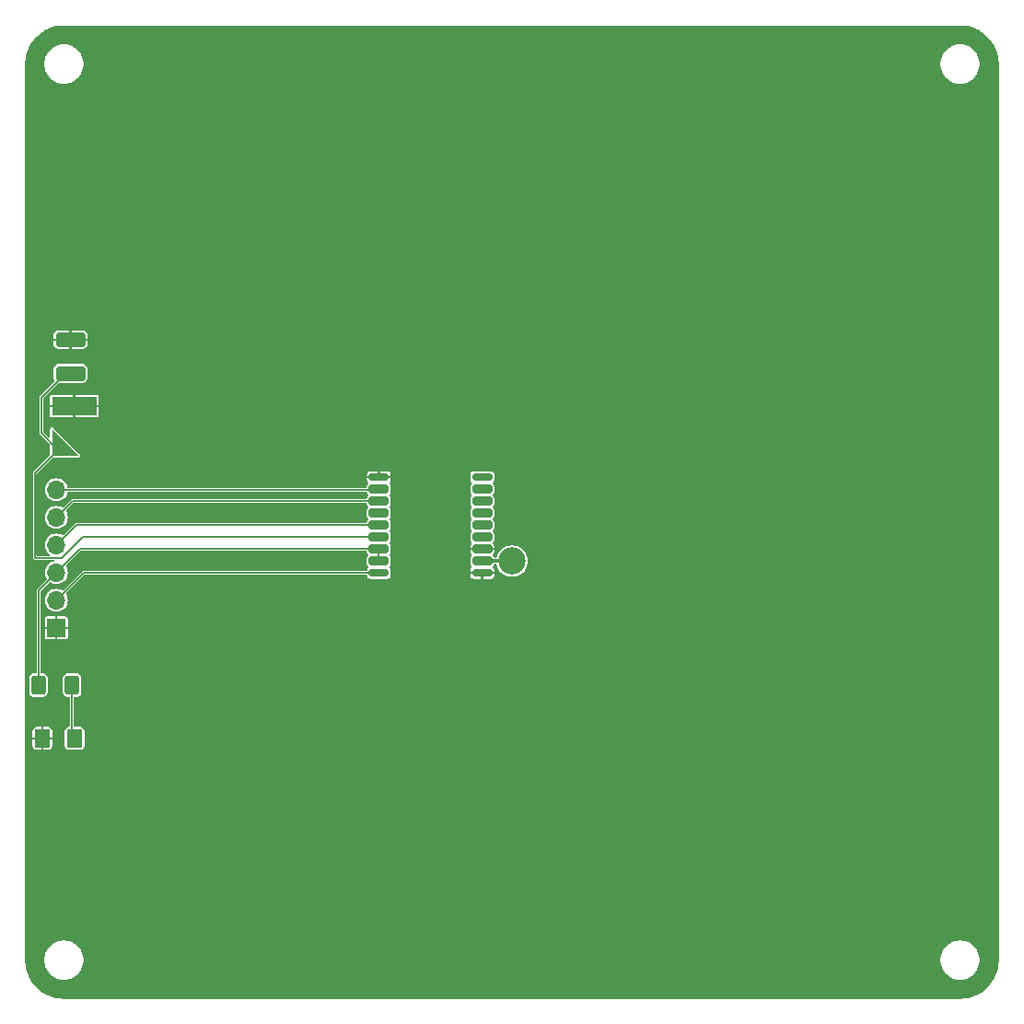
<source format=gbr>
%TF.GenerationSoftware,KiCad,Pcbnew,7.0.6-0*%
%TF.CreationDate,2024-12-08T15:00:41-03:00*%
%TF.ProjectId,CommsBoard,436f6d6d-7342-46f6-9172-642e6b696361,rev?*%
%TF.SameCoordinates,Original*%
%TF.FileFunction,Copper,L1,Top*%
%TF.FilePolarity,Positive*%
%FSLAX46Y46*%
G04 Gerber Fmt 4.6, Leading zero omitted, Abs format (unit mm)*
G04 Created by KiCad (PCBNEW 7.0.6-0) date 2024-12-08 15:00:42*
%MOMM*%
%LPD*%
G01*
G04 APERTURE LIST*
G04 Aperture macros list*
%AMRoundRect*
0 Rectangle with rounded corners*
0 $1 Rounding radius*
0 $2 $3 $4 $5 $6 $7 $8 $9 X,Y pos of 4 corners*
0 Add a 4 corners polygon primitive as box body*
4,1,4,$2,$3,$4,$5,$6,$7,$8,$9,$2,$3,0*
0 Add four circle primitives for the rounded corners*
1,1,$1+$1,$2,$3*
1,1,$1+$1,$4,$5*
1,1,$1+$1,$6,$7*
1,1,$1+$1,$8,$9*
0 Add four rect primitives between the rounded corners*
20,1,$1+$1,$2,$3,$4,$5,0*
20,1,$1+$1,$4,$5,$6,$7,0*
20,1,$1+$1,$6,$7,$8,$9,0*
20,1,$1+$1,$8,$9,$2,$3,0*%
%AMFreePoly0*
4,1,12,0.600035,0.600035,0.600050,0.600000,0.600050,-1.800000,0.600036,-1.800036,0.600000,-1.800050,0.599965,-1.800036,-1.800035,0.599965,-1.800050,0.600000,-1.800035,0.600035,-1.800000,0.600050,0.600000,0.600050,0.600035,0.600035,0.600035,0.600035,$1*%
G04 Aperture macros list end*
%TA.AperFunction,ComponentPad*%
%ADD10R,1.700000X1.700000*%
%TD*%
%TA.AperFunction,ComponentPad*%
%ADD11O,1.700000X1.700000*%
%TD*%
%TA.AperFunction,SMDPad,CuDef*%
%ADD12RoundRect,0.175000X-0.725000X-0.175000X0.725000X-0.175000X0.725000X0.175000X-0.725000X0.175000X0*%
%TD*%
%TA.AperFunction,SMDPad,CuDef*%
%ADD13RoundRect,0.200000X-0.700000X-0.200000X0.700000X-0.200000X0.700000X0.200000X-0.700000X0.200000X0*%
%TD*%
%TA.AperFunction,SMDPad,CuDef*%
%ADD14RoundRect,0.250000X0.400000X0.625000X-0.400000X0.625000X-0.400000X-0.625000X0.400000X-0.625000X0*%
%TD*%
%TA.AperFunction,SMDPad,CuDef*%
%ADD15RoundRect,0.250000X1.100000X-0.412500X1.100000X0.412500X-1.100000X0.412500X-1.100000X-0.412500X0*%
%TD*%
%TA.AperFunction,SMDPad,CuDef*%
%ADD16RoundRect,0.250001X-0.462499X-0.624999X0.462499X-0.624999X0.462499X0.624999X-0.462499X0.624999X0*%
%TD*%
%TA.AperFunction,SMDPad,CuDef*%
%ADD17FreePoly0,180.000000*%
%TD*%
%TA.AperFunction,SMDPad,CuDef*%
%ADD18R,4.100000X1.700000*%
%TD*%
%TA.AperFunction,SMDPad,CuDef*%
%ADD19C,2.500000*%
%TD*%
%TA.AperFunction,ViaPad*%
%ADD20C,0.609600*%
%TD*%
%TA.AperFunction,Conductor*%
%ADD21C,0.319000*%
%TD*%
%TA.AperFunction,Conductor*%
%ADD22C,0.150000*%
%TD*%
%TA.AperFunction,Conductor*%
%ADD23C,0.152400*%
%TD*%
G04 APERTURE END LIST*
D10*
%TO.P,J1,1,Pin_1*%
%TO.N,GND*%
X73610400Y-97550000D03*
D11*
%TO.P,J1,2,Pin_2*%
%TO.N,Net-(J1-Pin_2)*%
X73610400Y-95010000D03*
%TO.P,J1,3,Pin_3*%
%TO.N,Net-(J1-Pin_3)*%
X73610400Y-92470000D03*
%TO.P,J1,4,Pin_4*%
%TO.N,Net-(J1-Pin_4)*%
X73610400Y-89930000D03*
%TO.P,J1,5,Pin_5*%
%TO.N,Net-(J1-Pin_5)*%
X73610400Y-87390000D03*
%TO.P,J1,6,Pin_6*%
%TO.N,Net-(J1-Pin_6)*%
X73610400Y-84850000D03*
%TD*%
D12*
%TO.P,U1,1,GND*%
%TO.N,GND*%
X103270400Y-83690000D03*
D13*
%TO.P,U1,2,TXD*%
%TO.N,Net-(J1-Pin_6)*%
X103270400Y-84790000D03*
%TO.P,U1,3,RXD*%
%TO.N,Net-(J1-Pin_5)*%
X103270400Y-85890000D03*
%TO.P,U1,4,TIMEPULSE*%
%TO.N,unconnected-(U1-TIMEPULSE-Pad4)*%
X103270400Y-86990000D03*
%TO.P,U1,5,EXTINT*%
%TO.N,Net-(J1-Pin_4)*%
X103270400Y-88090000D03*
%TO.P,U1,6,V_BCKP*%
%TO.N,Net-(U1-V_BCKP)*%
X103270400Y-89190000D03*
%TO.P,U1,7,VCC_IO*%
%TO.N,Net-(J1-Pin_3)*%
X103270400Y-90290000D03*
%TO.P,U1,8,VCC*%
X103270400Y-91390000D03*
D12*
%TO.P,U1,9,~{RESET}*%
%TO.N,Net-(J1-Pin_2)*%
X103270400Y-92490000D03*
%TO.P,U1,10,GND*%
%TO.N,GND*%
X112770400Y-92490000D03*
D13*
%TO.P,U1,11,RF_IN*%
%TO.N,/RF_net*%
X112770400Y-91390000D03*
%TO.P,U1,12,GND*%
%TO.N,GND*%
X112770400Y-90290000D03*
%TO.P,U1,13,LNA_EN*%
%TO.N,unconnected-(U1-LNA_EN-Pad13)*%
X112770400Y-89190000D03*
%TO.P,U1,14,VCC_RF*%
%TO.N,unconnected-(U1-VCC_RF-Pad14)*%
X112770400Y-88090000D03*
%TO.P,U1,15,VIO_SEL*%
%TO.N,unconnected-(U1-VIO_SEL-Pad15)*%
X112770400Y-86990000D03*
%TO.P,U1,16,SDA*%
%TO.N,unconnected-(U1-SDA-Pad16)*%
X112770400Y-85890000D03*
%TO.P,U1,17,SCL*%
%TO.N,unconnected-(U1-SCL-Pad17)*%
X112770400Y-84790000D03*
D12*
%TO.P,U1,18,~{SAFEBOOT}*%
%TO.N,unconnected-(U1-~{SAFEBOOT}-Pad18)*%
X112770400Y-83690000D03*
%TD*%
D14*
%TO.P,R1,1*%
%TO.N,Net-(D1-A)*%
X75060400Y-102800000D03*
%TO.P,R1,2*%
%TO.N,Net-(J1-Pin_3)*%
X71960400Y-102800000D03*
%TD*%
D15*
%TO.P,C2,1*%
%TO.N,Net-(U1-V_BCKP)*%
X74910400Y-74162500D03*
%TO.P,C2,2*%
%TO.N,GND*%
X74910400Y-71037500D03*
%TD*%
D16*
%TO.P,D1,1,K*%
%TO.N,GND*%
X72322900Y-107700000D03*
%TO.P,D1,2,A*%
%TO.N,Net-(D1-A)*%
X75297900Y-107700000D03*
%TD*%
D17*
%TO.P,BT1,1*%
%TO.N,Net-(U1-V_BCKP)*%
X73810400Y-81110000D03*
D18*
%TO.P,BT1,2*%
%TO.N,GND*%
X75260400Y-77160000D03*
%TD*%
D19*
%TO.P,,1,RF@2*%
%TO.N,/RF_net*%
X115510400Y-91400000D03*
%TD*%
D20*
%TO.N,GND*%
X135720400Y-63270000D03*
X115910400Y-93210000D03*
X129610400Y-88100000D03*
X117510400Y-91410000D03*
X134310400Y-83500000D03*
X94090400Y-117540000D03*
X116810400Y-84900000D03*
X116710400Y-90010000D03*
X132910400Y-98100000D03*
X145510400Y-81600000D03*
X129810400Y-117000000D03*
X120310400Y-86500000D03*
X94630400Y-76080000D03*
X101210400Y-106500000D03*
X134210400Y-73920000D03*
X110790400Y-91700000D03*
X108710400Y-112800000D03*
X140910400Y-101600000D03*
X113270400Y-93930000D03*
X115110400Y-93210000D03*
X111480400Y-93860000D03*
X117310400Y-92210000D03*
X123010400Y-93800000D03*
X110820400Y-90790000D03*
X97310400Y-99400000D03*
X117310400Y-90610000D03*
X105010400Y-92100000D03*
X114310400Y-90010000D03*
X105010400Y-91000000D03*
X140340400Y-114870000D03*
X111010400Y-89810000D03*
X131630400Y-107400000D03*
X122010400Y-109300000D03*
X115110400Y-89610000D03*
X101210400Y-65760000D03*
X104940400Y-55270000D03*
X115910400Y-89610000D03*
X113010400Y-124000000D03*
X114310400Y-92810000D03*
X124410400Y-83700000D03*
X103280400Y-98940000D03*
X103160400Y-120560000D03*
X116710400Y-92810000D03*
X90180400Y-67550000D03*
X146110400Y-96800000D03*
X114370400Y-76260000D03*
X117210400Y-100800000D03*
X139630400Y-70040000D03*
X126470400Y-56700000D03*
X120960400Y-65590000D03*
X122610400Y-74330000D03*
X111010400Y-92690000D03*
X106740400Y-75440000D03*
X111170400Y-65590000D03*
X105210400Y-89500000D03*
X90000400Y-109000000D03*
X110300400Y-98740000D03*
%TD*%
D21*
%TO.N,/RF_net*%
X112780400Y-91400000D02*
X112770400Y-91390000D01*
X115510400Y-91400000D02*
X112780400Y-91400000D01*
D22*
%TO.N,Net-(U1-V_BCKP)*%
X71610400Y-91100000D02*
X71610400Y-83310000D01*
X76020400Y-89190000D02*
X74110400Y-91100000D01*
X72210400Y-79600000D02*
X72210400Y-76390000D01*
X74437900Y-74162500D02*
X74910400Y-74162500D01*
X72210400Y-76390000D02*
X74437900Y-74162500D01*
X74110400Y-91100000D02*
X71610400Y-91100000D01*
X73720400Y-81110000D02*
X72210400Y-79600000D01*
X103270400Y-89190000D02*
X76020400Y-89190000D01*
X71610400Y-83310000D02*
X73810400Y-81110000D01*
X73810400Y-81110000D02*
X73720400Y-81110000D01*
%TO.N,Net-(J1-Pin_4)*%
X103270400Y-88090000D02*
X75450400Y-88090000D01*
X75450400Y-88090000D02*
X73610400Y-89930000D01*
%TO.N,Net-(J1-Pin_5)*%
X75110400Y-85890000D02*
X103270400Y-85890000D01*
X73610400Y-87390000D02*
X75110400Y-85890000D01*
%TO.N,Net-(J1-Pin_3)*%
X103270400Y-91390000D02*
X103270400Y-90290000D01*
D23*
X71960400Y-94120000D02*
X71960400Y-102800000D01*
X73610400Y-92470000D02*
X71960400Y-94120000D01*
D22*
X75790400Y-90290000D02*
X75645400Y-90435000D01*
D23*
X75645400Y-90435000D02*
X73610400Y-92470000D01*
D22*
X103270400Y-90290000D02*
X75790400Y-90290000D01*
%TO.N,Net-(J1-Pin_6)*%
X73610400Y-84850000D02*
X103210400Y-84850000D01*
X103210400Y-84850000D02*
X103270400Y-84790000D01*
%TO.N,Net-(J1-Pin_2)*%
X76130400Y-92490000D02*
X73610400Y-95010000D01*
X103270400Y-92490000D02*
X76130400Y-92490000D01*
%TO.N,Net-(D1-A)*%
X75060400Y-102800000D02*
X75060400Y-107462500D01*
X75060400Y-107462500D02*
X75297900Y-107700000D01*
%TD*%
%TA.AperFunction,Conductor*%
%TO.N,GND*%
G36*
X156649331Y-42150632D02*
G01*
X156656825Y-42150602D01*
X156656827Y-42150603D01*
X156682636Y-42150500D01*
X156682825Y-42150500D01*
X156701462Y-42150500D01*
X156703700Y-42150551D01*
X156852413Y-42157281D01*
X157046975Y-42166088D01*
X157051791Y-42166545D01*
X157392138Y-42215777D01*
X157396915Y-42216710D01*
X157730769Y-42299146D01*
X157735411Y-42300537D01*
X158059558Y-42415384D01*
X158064060Y-42417233D01*
X158375344Y-42563371D01*
X158379647Y-42565655D01*
X158675060Y-42741673D01*
X158679112Y-42744366D01*
X158955802Y-42948562D01*
X158959568Y-42951640D01*
X159214852Y-43182035D01*
X159218304Y-43185474D01*
X159449706Y-43439830D01*
X159452803Y-43443592D01*
X159604854Y-43647917D01*
X159658098Y-43719466D01*
X159660807Y-43723507D01*
X159837996Y-44018216D01*
X159840298Y-44022511D01*
X159987672Y-44333205D01*
X159989541Y-44337705D01*
X160105671Y-44661374D01*
X160107085Y-44666025D01*
X160140038Y-44797232D01*
X160190849Y-44999549D01*
X160191800Y-45004321D01*
X160192278Y-45007527D01*
X160242384Y-45344460D01*
X160242863Y-45349309D01*
X160259840Y-45693978D01*
X160259900Y-45696414D01*
X160259900Y-128093979D01*
X160259840Y-128096408D01*
X160242876Y-128441708D01*
X160242400Y-128446545D01*
X160191856Y-128787290D01*
X160190908Y-128792058D01*
X160107204Y-129126222D01*
X160105793Y-129130873D01*
X159989738Y-129455223D01*
X159987878Y-129459714D01*
X159840591Y-129771127D01*
X159838300Y-129775414D01*
X159661202Y-130070883D01*
X159658501Y-130074924D01*
X159453290Y-130351621D01*
X159450206Y-130355379D01*
X159218862Y-130610625D01*
X159215425Y-130614062D01*
X158960179Y-130845406D01*
X158956421Y-130848490D01*
X158679724Y-131053701D01*
X158675683Y-131056402D01*
X158380214Y-131233500D01*
X158375927Y-131235791D01*
X158064514Y-131383078D01*
X158060023Y-131384938D01*
X157735673Y-131500993D01*
X157731028Y-131502402D01*
X157396855Y-131586108D01*
X157392094Y-131587055D01*
X157051343Y-131637600D01*
X157046508Y-131638077D01*
X156754556Y-131652419D01*
X156730387Y-131650636D01*
X156726598Y-131649882D01*
X156724675Y-131649500D01*
X156724674Y-131649500D01*
X74301221Y-131649500D01*
X74298792Y-131649440D01*
X73954510Y-131632526D01*
X73949677Y-131632050D01*
X73609930Y-131581653D01*
X73605173Y-131580707D01*
X73271990Y-131497249D01*
X73267351Y-131495843D01*
X73157566Y-131456561D01*
X72943956Y-131380129D01*
X72939465Y-131378269D01*
X72628974Y-131231419D01*
X72624697Y-131229133D01*
X72330088Y-131052551D01*
X72326052Y-131049853D01*
X72050171Y-130845246D01*
X72046414Y-130842162D01*
X71878983Y-130690413D01*
X71791917Y-130611501D01*
X71788498Y-130608082D01*
X71593210Y-130392614D01*
X71557837Y-130353585D01*
X71554753Y-130349828D01*
X71350146Y-130073947D01*
X71347451Y-130069916D01*
X71170861Y-129775295D01*
X71168580Y-129771025D01*
X71147637Y-129726745D01*
X71021729Y-129460533D01*
X71019870Y-129456043D01*
X70937466Y-129225741D01*
X70904152Y-129132635D01*
X70902753Y-129128022D01*
X70819288Y-128794810D01*
X70818348Y-128790084D01*
X70767946Y-128450304D01*
X70767473Y-128445508D01*
X70757128Y-128234932D01*
X72499500Y-128234932D01*
X72539719Y-128501766D01*
X72539721Y-128501776D01*
X72619262Y-128759640D01*
X72619262Y-128759641D01*
X72736349Y-129002774D01*
X72888365Y-129225741D01*
X72888368Y-129225744D01*
X72888370Y-129225747D01*
X73071912Y-129423559D01*
X73071918Y-129423565D01*
X73282889Y-129591808D01*
X73282898Y-129591815D01*
X73516602Y-129726743D01*
X73767805Y-129825334D01*
X74030897Y-129885383D01*
X74111587Y-129891429D01*
X74232618Y-129900500D01*
X74232624Y-129900500D01*
X74367382Y-129900500D01*
X74477408Y-129892254D01*
X74569103Y-129885383D01*
X74832195Y-129825334D01*
X75083398Y-129726743D01*
X75317102Y-129591815D01*
X75482751Y-129459714D01*
X75528081Y-129423565D01*
X75528087Y-129423559D01*
X75711629Y-129225747D01*
X75711635Y-129225741D01*
X75863651Y-129002775D01*
X75980738Y-128759641D01*
X76060280Y-128501772D01*
X76100500Y-128234932D01*
X154899500Y-128234932D01*
X154939719Y-128501766D01*
X154939721Y-128501776D01*
X155019261Y-128759640D01*
X155019262Y-128759641D01*
X155136349Y-129002774D01*
X155288365Y-129225741D01*
X155288368Y-129225744D01*
X155288370Y-129225747D01*
X155471912Y-129423559D01*
X155471918Y-129423565D01*
X155682889Y-129591808D01*
X155682898Y-129591815D01*
X155916602Y-129726743D01*
X156167805Y-129825334D01*
X156430897Y-129885383D01*
X156511587Y-129891429D01*
X156632618Y-129900500D01*
X156632624Y-129900500D01*
X156767382Y-129900500D01*
X156877408Y-129892254D01*
X156969103Y-129885383D01*
X157232195Y-129825334D01*
X157483398Y-129726743D01*
X157717102Y-129591815D01*
X157882751Y-129459714D01*
X157928081Y-129423565D01*
X157928087Y-129423559D01*
X158111629Y-129225747D01*
X158111635Y-129225741D01*
X158263651Y-129002775D01*
X158380738Y-128759641D01*
X158460280Y-128501772D01*
X158500500Y-128234929D01*
X158500500Y-127965071D01*
X158460280Y-127698228D01*
X158380738Y-127440359D01*
X158263651Y-127197226D01*
X158111635Y-126974259D01*
X158111629Y-126974252D01*
X157928087Y-126776440D01*
X157928081Y-126776434D01*
X157717110Y-126608191D01*
X157717108Y-126608189D01*
X157717102Y-126608185D01*
X157483398Y-126473257D01*
X157483395Y-126473256D01*
X157483391Y-126473254D01*
X157232197Y-126374666D01*
X156969107Y-126314618D01*
X156969098Y-126314616D01*
X156767382Y-126299500D01*
X156767376Y-126299500D01*
X156632624Y-126299500D01*
X156632618Y-126299500D01*
X156430901Y-126314616D01*
X156430892Y-126314618D01*
X156167802Y-126374666D01*
X155916608Y-126473254D01*
X155916599Y-126473258D01*
X155796344Y-126542687D01*
X155682898Y-126608185D01*
X155682894Y-126608187D01*
X155682894Y-126608188D01*
X155682889Y-126608191D01*
X155471918Y-126776434D01*
X155471912Y-126776440D01*
X155288370Y-126974252D01*
X155288365Y-126974258D01*
X155288365Y-126974259D01*
X155136349Y-127197225D01*
X155136349Y-127197226D01*
X155136345Y-127197232D01*
X155019262Y-127440356D01*
X154939721Y-127698223D01*
X154939719Y-127698233D01*
X154899500Y-127965067D01*
X154899500Y-128234932D01*
X76100500Y-128234932D01*
X76100500Y-128234929D01*
X76100500Y-127965071D01*
X76060280Y-127698228D01*
X75980738Y-127440359D01*
X75863651Y-127197226D01*
X75711635Y-126974259D01*
X75711629Y-126974252D01*
X75528087Y-126776440D01*
X75528081Y-126776434D01*
X75317110Y-126608191D01*
X75317108Y-126608189D01*
X75317102Y-126608185D01*
X75083398Y-126473257D01*
X75083395Y-126473256D01*
X75083391Y-126473254D01*
X74832197Y-126374666D01*
X74569107Y-126314618D01*
X74569098Y-126314616D01*
X74367382Y-126299500D01*
X74367376Y-126299500D01*
X74232624Y-126299500D01*
X74232618Y-126299500D01*
X74030901Y-126314616D01*
X74030892Y-126314618D01*
X73767802Y-126374666D01*
X73516608Y-126473254D01*
X73516599Y-126473258D01*
X73396344Y-126542687D01*
X73282898Y-126608185D01*
X73282894Y-126608187D01*
X73282894Y-126608188D01*
X73282889Y-126608191D01*
X73071918Y-126776434D01*
X73071912Y-126776440D01*
X72888370Y-126974252D01*
X72888365Y-126974258D01*
X72888365Y-126974259D01*
X72736349Y-127197225D01*
X72736349Y-127197226D01*
X72736345Y-127197232D01*
X72619262Y-127440356D01*
X72539721Y-127698223D01*
X72539719Y-127698233D01*
X72499500Y-127965067D01*
X72499500Y-128234932D01*
X70757128Y-128234932D01*
X70757128Y-128234923D01*
X70750560Y-128101208D01*
X70750500Y-128098779D01*
X70750500Y-108379210D01*
X71410400Y-108379210D01*
X71413250Y-108409600D01*
X71458055Y-108537648D01*
X71538603Y-108646786D01*
X71538613Y-108646796D01*
X71647751Y-108727344D01*
X71775799Y-108772149D01*
X71806189Y-108774999D01*
X71806191Y-108775000D01*
X72222899Y-108775000D01*
X72222900Y-108774999D01*
X72222900Y-107800000D01*
X72422900Y-107800000D01*
X72422900Y-108774999D01*
X72422901Y-108775000D01*
X72839609Y-108775000D01*
X72839610Y-108774999D01*
X72870000Y-108772149D01*
X72998048Y-108727344D01*
X73107186Y-108646796D01*
X73107196Y-108646786D01*
X73187744Y-108537648D01*
X73232549Y-108409600D01*
X73235399Y-108379210D01*
X73235400Y-108379209D01*
X73235400Y-107800001D01*
X73235399Y-107800000D01*
X72422900Y-107800000D01*
X72222900Y-107800000D01*
X71410401Y-107800000D01*
X71410400Y-107800001D01*
X71410400Y-108379210D01*
X70750500Y-108379210D01*
X70750500Y-107599999D01*
X71410400Y-107599999D01*
X71410401Y-107600000D01*
X72222899Y-107600000D01*
X72222900Y-107599999D01*
X72422900Y-107599999D01*
X72422901Y-107600000D01*
X73235399Y-107600000D01*
X73235400Y-107599999D01*
X73235400Y-107020791D01*
X73235399Y-107020789D01*
X73232549Y-106990399D01*
X73187744Y-106862351D01*
X73107196Y-106753213D01*
X73107186Y-106753203D01*
X72998048Y-106672655D01*
X72870000Y-106627850D01*
X72839610Y-106625000D01*
X72422901Y-106625000D01*
X72422900Y-106625001D01*
X72422900Y-107599999D01*
X72222900Y-107599999D01*
X72222900Y-106625001D01*
X72222899Y-106625000D01*
X71806189Y-106625000D01*
X71775799Y-106627850D01*
X71647751Y-106672655D01*
X71538613Y-106753203D01*
X71538603Y-106753213D01*
X71458055Y-106862351D01*
X71413250Y-106990399D01*
X71410400Y-107020789D01*
X71410400Y-107599999D01*
X70750500Y-107599999D01*
X70750500Y-103479274D01*
X71109900Y-103479274D01*
X71112753Y-103509694D01*
X71112755Y-103509703D01*
X71157607Y-103637883D01*
X71238245Y-103747144D01*
X71238247Y-103747146D01*
X71238250Y-103747150D01*
X71238253Y-103747152D01*
X71238255Y-103747154D01*
X71347516Y-103827792D01*
X71347517Y-103827792D01*
X71347518Y-103827793D01*
X71475701Y-103872646D01*
X71506125Y-103875499D01*
X71506127Y-103875500D01*
X71506134Y-103875500D01*
X72414673Y-103875500D01*
X72414673Y-103875499D01*
X72445099Y-103872646D01*
X72573282Y-103827793D01*
X72682550Y-103747150D01*
X72763193Y-103637882D01*
X72808046Y-103509699D01*
X72810899Y-103479274D01*
X74209900Y-103479274D01*
X74212753Y-103509694D01*
X74212755Y-103509703D01*
X74257607Y-103637883D01*
X74338245Y-103747144D01*
X74338247Y-103747146D01*
X74338250Y-103747150D01*
X74338253Y-103747152D01*
X74338255Y-103747154D01*
X74447516Y-103827792D01*
X74447517Y-103827792D01*
X74447518Y-103827793D01*
X74575701Y-103872646D01*
X74606125Y-103875499D01*
X74606127Y-103875500D01*
X74606134Y-103875500D01*
X74795900Y-103875500D01*
X74854091Y-103894407D01*
X74890055Y-103943907D01*
X74894900Y-103974500D01*
X74894900Y-106525500D01*
X74875993Y-106583691D01*
X74826493Y-106619655D01*
X74795906Y-106624500D01*
X74781135Y-106624500D01*
X74750705Y-106627353D01*
X74750702Y-106627353D01*
X74750702Y-106627354D01*
X74736517Y-106632317D01*
X74622514Y-106672208D01*
X74513255Y-106752845D01*
X74513245Y-106752855D01*
X74432608Y-106862114D01*
X74387753Y-106990305D01*
X74384900Y-107020726D01*
X74384900Y-108379265D01*
X74387753Y-108409694D01*
X74432608Y-108537885D01*
X74513245Y-108647144D01*
X74513247Y-108647146D01*
X74513250Y-108647150D01*
X74513253Y-108647152D01*
X74513255Y-108647154D01*
X74622514Y-108727791D01*
X74622516Y-108727791D01*
X74622518Y-108727793D01*
X74750702Y-108772646D01*
X74781135Y-108775500D01*
X75814664Y-108775499D01*
X75814665Y-108775499D01*
X75820750Y-108774928D01*
X75845098Y-108772646D01*
X75973282Y-108727793D01*
X75973891Y-108727344D01*
X76009704Y-108700912D01*
X76082550Y-108647150D01*
X76163193Y-108537882D01*
X76208046Y-108409698D01*
X76210900Y-108379265D01*
X76210899Y-107020736D01*
X76208046Y-106990302D01*
X76163193Y-106862118D01*
X76163191Y-106862116D01*
X76163191Y-106862114D01*
X76082554Y-106752855D01*
X76082552Y-106752853D01*
X76082550Y-106752850D01*
X76082546Y-106752847D01*
X76082544Y-106752845D01*
X75973285Y-106672208D01*
X75959097Y-106667243D01*
X75845098Y-106627354D01*
X75845096Y-106627353D01*
X75845094Y-106627353D01*
X75814673Y-106624500D01*
X75814665Y-106624500D01*
X75324900Y-106624500D01*
X75266709Y-106605593D01*
X75230745Y-106556093D01*
X75225900Y-106525500D01*
X75225900Y-103974500D01*
X75244807Y-103916309D01*
X75294307Y-103880345D01*
X75324900Y-103875500D01*
X75514673Y-103875500D01*
X75514673Y-103875499D01*
X75545099Y-103872646D01*
X75673282Y-103827793D01*
X75782550Y-103747150D01*
X75863193Y-103637882D01*
X75908046Y-103509699D01*
X75910899Y-103479273D01*
X75910900Y-103479273D01*
X75910900Y-102120726D01*
X75910899Y-102120725D01*
X75908046Y-102090305D01*
X75908046Y-102090301D01*
X75863193Y-101962118D01*
X75782550Y-101852850D01*
X75782546Y-101852847D01*
X75782544Y-101852845D01*
X75673283Y-101772207D01*
X75545103Y-101727355D01*
X75545094Y-101727353D01*
X75514674Y-101724500D01*
X75514666Y-101724500D01*
X74606134Y-101724500D01*
X74606125Y-101724500D01*
X74575705Y-101727353D01*
X74575696Y-101727355D01*
X74447516Y-101772207D01*
X74338255Y-101852845D01*
X74338245Y-101852855D01*
X74257607Y-101962116D01*
X74212755Y-102090296D01*
X74212753Y-102090305D01*
X74209900Y-102120725D01*
X74209900Y-103479274D01*
X72810899Y-103479274D01*
X72810899Y-103479273D01*
X72810900Y-103479273D01*
X72810900Y-102120726D01*
X72810899Y-102120725D01*
X72808046Y-102090305D01*
X72808046Y-102090301D01*
X72763193Y-101962118D01*
X72682550Y-101852850D01*
X72682546Y-101852847D01*
X72682544Y-101852845D01*
X72573283Y-101772207D01*
X72445103Y-101727355D01*
X72445094Y-101727353D01*
X72414674Y-101724500D01*
X72414666Y-101724500D01*
X72226100Y-101724500D01*
X72167909Y-101705593D01*
X72131945Y-101656093D01*
X72127100Y-101625500D01*
X72127100Y-98419700D01*
X72560400Y-98419700D01*
X72572003Y-98478036D01*
X72616206Y-98544189D01*
X72616210Y-98544193D01*
X72682363Y-98588396D01*
X72740699Y-98599999D01*
X72740703Y-98600000D01*
X73510399Y-98600000D01*
X73510400Y-98599999D01*
X73510400Y-98040764D01*
X73574637Y-98050000D01*
X73646163Y-98050000D01*
X73710400Y-98040764D01*
X73710400Y-98599999D01*
X73710401Y-98600000D01*
X74480097Y-98600000D01*
X74480100Y-98599999D01*
X74538436Y-98588396D01*
X74604589Y-98544193D01*
X74604593Y-98544189D01*
X74648796Y-98478036D01*
X74660399Y-98419700D01*
X74660400Y-98419697D01*
X74660400Y-97650001D01*
X74660399Y-97650000D01*
X74102146Y-97650000D01*
X74110400Y-97621889D01*
X74110400Y-97478111D01*
X74102146Y-97450000D01*
X74660399Y-97450000D01*
X74660400Y-97449999D01*
X74660400Y-96680302D01*
X74660399Y-96680299D01*
X74648796Y-96621963D01*
X74604593Y-96555810D01*
X74604589Y-96555806D01*
X74538436Y-96511603D01*
X74480100Y-96500000D01*
X73710400Y-96500000D01*
X73710400Y-97059235D01*
X73646163Y-97050000D01*
X73574637Y-97050000D01*
X73510400Y-97059235D01*
X73510400Y-96500000D01*
X72740699Y-96500000D01*
X72682363Y-96511603D01*
X72616210Y-96555806D01*
X72616206Y-96555810D01*
X72572003Y-96621963D01*
X72560400Y-96680299D01*
X72560400Y-97449999D01*
X72560401Y-97450000D01*
X73118654Y-97450000D01*
X73110400Y-97478111D01*
X73110400Y-97621889D01*
X73118654Y-97650000D01*
X72560401Y-97650000D01*
X72560400Y-97650001D01*
X72560400Y-98419700D01*
X72127100Y-98419700D01*
X72127100Y-94230056D01*
X72146007Y-94171865D01*
X72156090Y-94160058D01*
X72935874Y-93380273D01*
X72990389Y-93352498D01*
X73050821Y-93362069D01*
X73052506Y-93362948D01*
X73206446Y-93445232D01*
X73344397Y-93487078D01*
X73404465Y-93505300D01*
X73404470Y-93505301D01*
X73610397Y-93525583D01*
X73610400Y-93525583D01*
X73610403Y-93525583D01*
X73816329Y-93505301D01*
X73816334Y-93505300D01*
X73816333Y-93505299D01*
X74014354Y-93445232D01*
X74196850Y-93347685D01*
X74356810Y-93216410D01*
X74488085Y-93056450D01*
X74585632Y-92873954D01*
X74645700Y-92675934D01*
X74645701Y-92675929D01*
X74665983Y-92470003D01*
X74665983Y-92469996D01*
X74645701Y-92264070D01*
X74645700Y-92264065D01*
X74594137Y-92094084D01*
X74585632Y-92066046D01*
X74503368Y-91912143D01*
X74492613Y-91851912D01*
X74519314Y-91796861D01*
X74520676Y-91795472D01*
X74821379Y-91494770D01*
X75777588Y-90538562D01*
X75777591Y-90538555D01*
X75781876Y-90533087D01*
X75785840Y-90528611D01*
X75829957Y-90484495D01*
X75884475Y-90456718D01*
X75899960Y-90455500D01*
X102074890Y-90455500D01*
X102133081Y-90474407D01*
X102169045Y-90523907D01*
X102172671Y-90539014D01*
X102184752Y-90615300D01*
X102184754Y-90615304D01*
X102242350Y-90728342D01*
X102284006Y-90769998D01*
X102311782Y-90824513D01*
X102302211Y-90884945D01*
X102284007Y-90910000D01*
X102259508Y-90934500D01*
X102242349Y-90951659D01*
X102184754Y-91064695D01*
X102169900Y-91158477D01*
X102169900Y-91621520D01*
X102169901Y-91621523D01*
X102184752Y-91715299D01*
X102184754Y-91715304D01*
X102242350Y-91828342D01*
X102301683Y-91887675D01*
X102329459Y-91942190D01*
X102319888Y-92002622D01*
X102301682Y-92027680D01*
X102235574Y-92093788D01*
X102180535Y-92206373D01*
X102180534Y-92206375D01*
X102175667Y-92239774D01*
X102148570Y-92294629D01*
X102094402Y-92323081D01*
X102077703Y-92324500D01*
X76154433Y-92324500D01*
X76136587Y-92322878D01*
X76120109Y-92319858D01*
X76120105Y-92319858D01*
X76087369Y-92330059D01*
X76084488Y-92330862D01*
X76051187Y-92339070D01*
X76048508Y-92340476D01*
X76047665Y-92340825D01*
X76045538Y-92342024D01*
X76044794Y-92342572D01*
X76042217Y-92344129D01*
X76017968Y-92368378D01*
X76015793Y-92370426D01*
X75990117Y-92393173D01*
X75988416Y-92395638D01*
X75976951Y-92409395D01*
X74286031Y-94100315D01*
X74231514Y-94128092D01*
X74171082Y-94118521D01*
X74169430Y-94117659D01*
X74014354Y-94034768D01*
X74014353Y-94034767D01*
X73816334Y-93974699D01*
X73816329Y-93974698D01*
X73610403Y-93954417D01*
X73610397Y-93954417D01*
X73404470Y-93974698D01*
X73404465Y-93974699D01*
X73206445Y-94034768D01*
X73023947Y-94132316D01*
X72863995Y-94263585D01*
X72863985Y-94263595D01*
X72732716Y-94423547D01*
X72635168Y-94606045D01*
X72575099Y-94804065D01*
X72575098Y-94804070D01*
X72554817Y-95009996D01*
X72554817Y-95010003D01*
X72575098Y-95215929D01*
X72575099Y-95215934D01*
X72635168Y-95413954D01*
X72732716Y-95596452D01*
X72863985Y-95756404D01*
X72863990Y-95756410D01*
X72863995Y-95756414D01*
X73023947Y-95887683D01*
X73023948Y-95887683D01*
X73023950Y-95887685D01*
X73206446Y-95985232D01*
X73344397Y-96027078D01*
X73404465Y-96045300D01*
X73404470Y-96045301D01*
X73610397Y-96065583D01*
X73610400Y-96065583D01*
X73610403Y-96065583D01*
X73816329Y-96045301D01*
X73816334Y-96045300D01*
X73816333Y-96045300D01*
X74014354Y-95985232D01*
X74196850Y-95887685D01*
X74356810Y-95756410D01*
X74488085Y-95596450D01*
X74585632Y-95413954D01*
X74645700Y-95215934D01*
X74645701Y-95215929D01*
X74665983Y-95010003D01*
X74665983Y-95009996D01*
X74645701Y-94804070D01*
X74645700Y-94804065D01*
X74627478Y-94743996D01*
X74585632Y-94606046D01*
X74502777Y-94451038D01*
X74492022Y-94390806D01*
X74518723Y-94335755D01*
X74520033Y-94334417D01*
X76169955Y-92684496D01*
X76224473Y-92656719D01*
X76239960Y-92655500D01*
X102077703Y-92655500D01*
X102135894Y-92674407D01*
X102171858Y-92723907D01*
X102175667Y-92740219D01*
X102180534Y-92773625D01*
X102235574Y-92886211D01*
X102324189Y-92974826D01*
X102436775Y-93029866D01*
X102509764Y-93040500D01*
X102509767Y-93040500D01*
X104031032Y-93040500D01*
X104031036Y-93040500D01*
X104104025Y-93029866D01*
X104216611Y-92974826D01*
X104305226Y-92886211D01*
X104360266Y-92773625D01*
X104370900Y-92700636D01*
X104370900Y-92700584D01*
X111670399Y-92700584D01*
X111681020Y-92773480D01*
X111735986Y-92885915D01*
X111824484Y-92974413D01*
X111936919Y-93029379D01*
X112009815Y-93040000D01*
X112670399Y-93040000D01*
X112670400Y-93039999D01*
X112670400Y-92590000D01*
X112870400Y-92590000D01*
X112870400Y-93039999D01*
X112870401Y-93040000D01*
X113530984Y-93040000D01*
X113603880Y-93029379D01*
X113716315Y-92974413D01*
X113804813Y-92885915D01*
X113859779Y-92773480D01*
X113870400Y-92700584D01*
X113870400Y-92590001D01*
X113870399Y-92590000D01*
X112870400Y-92590000D01*
X112670400Y-92590000D01*
X111670401Y-92590000D01*
X111670400Y-92590001D01*
X111670400Y-92700584D01*
X111670399Y-92700584D01*
X104370900Y-92700584D01*
X104370900Y-92279364D01*
X104360266Y-92206375D01*
X104305226Y-92093789D01*
X104239115Y-92027678D01*
X104211340Y-91973164D01*
X104220911Y-91912732D01*
X104239115Y-91887676D01*
X104298450Y-91828342D01*
X104356046Y-91715304D01*
X104370900Y-91621520D01*
X111669900Y-91621520D01*
X111669901Y-91621523D01*
X111684752Y-91715299D01*
X111684754Y-91715304D01*
X111742350Y-91828342D01*
X111802037Y-91888029D01*
X111829813Y-91942544D01*
X111820242Y-92002976D01*
X111802036Y-92028035D01*
X111735986Y-92094084D01*
X111681020Y-92206519D01*
X111670400Y-92279415D01*
X111670400Y-92389999D01*
X111670401Y-92390000D01*
X113870399Y-92390000D01*
X113870400Y-92389999D01*
X113870400Y-92279415D01*
X113859779Y-92206519D01*
X113804813Y-92094084D01*
X113738764Y-92028035D01*
X113710986Y-91973519D01*
X113720557Y-91913087D01*
X113738761Y-91888030D01*
X113798450Y-91828342D01*
X113856046Y-91715304D01*
X113856045Y-91715304D01*
X113859584Y-91708361D01*
X113861594Y-91709385D01*
X113890994Y-91668913D01*
X113949183Y-91650000D01*
X114000368Y-91650000D01*
X114058559Y-91668907D01*
X114094523Y-91718407D01*
X114096339Y-91724697D01*
X114128847Y-91853074D01*
X114133790Y-91872591D01*
X114177905Y-91973164D01*
X114230350Y-92092727D01*
X114230353Y-92092732D01*
X114361825Y-92293964D01*
X114361827Y-92293966D01*
X114361829Y-92293969D01*
X114524636Y-92470825D01*
X114714333Y-92618472D01*
X114836335Y-92684496D01*
X114909159Y-92723907D01*
X114925744Y-92732882D01*
X115153103Y-92810934D01*
X115390208Y-92850500D01*
X115630592Y-92850500D01*
X115867697Y-92810934D01*
X116095056Y-92732882D01*
X116306467Y-92618472D01*
X116496164Y-92470825D01*
X116658971Y-92293969D01*
X116790449Y-92092728D01*
X116887010Y-91872591D01*
X116946020Y-91639563D01*
X116965871Y-91400000D01*
X116946020Y-91160437D01*
X116887010Y-90927409D01*
X116790449Y-90707272D01*
X116790446Y-90707267D01*
X116658974Y-90506035D01*
X116658972Y-90506033D01*
X116658971Y-90506031D01*
X116496164Y-90329175D01*
X116342271Y-90209395D01*
X116306470Y-90181530D01*
X116306467Y-90181528D01*
X116095059Y-90067119D01*
X116018941Y-90040988D01*
X115867697Y-89989066D01*
X115867694Y-89989065D01*
X115867693Y-89989065D01*
X115630592Y-89949500D01*
X115390208Y-89949500D01*
X115153106Y-89989065D01*
X114925740Y-90067119D01*
X114714332Y-90181528D01*
X114714329Y-90181530D01*
X114524639Y-90329172D01*
X114361825Y-90506035D01*
X114230353Y-90707267D01*
X114230350Y-90707272D01*
X114133788Y-90927414D01*
X114096339Y-91075303D01*
X114063725Y-91127071D01*
X114006912Y-91149784D01*
X114000368Y-91150000D01*
X113954110Y-91150000D01*
X113895919Y-91131093D01*
X113859955Y-91081593D01*
X113856330Y-91066495D01*
X113856046Y-91064696D01*
X113798450Y-90951658D01*
X113756440Y-90909648D01*
X113728665Y-90855134D01*
X113738236Y-90794702D01*
X113756442Y-90769643D01*
X113798041Y-90728043D01*
X113855563Y-90615151D01*
X113855564Y-90615147D01*
X113870400Y-90521484D01*
X113870399Y-90390000D01*
X111670402Y-90390000D01*
X111670401Y-90390001D01*
X111670401Y-90521485D01*
X111685233Y-90615141D01*
X111685236Y-90615151D01*
X111742758Y-90728043D01*
X111784358Y-90769643D01*
X111812135Y-90824160D01*
X111802564Y-90884592D01*
X111784360Y-90909647D01*
X111759508Y-90934500D01*
X111742349Y-90951659D01*
X111684754Y-91064695D01*
X111669900Y-91158477D01*
X111669900Y-91621520D01*
X104370900Y-91621520D01*
X104370900Y-91621519D01*
X104370899Y-91158482D01*
X104365924Y-91127071D01*
X104356047Y-91064700D01*
X104356046Y-91064698D01*
X104356046Y-91064696D01*
X104298450Y-90951658D01*
X104256793Y-90910001D01*
X104229018Y-90855487D01*
X104238589Y-90795055D01*
X104256792Y-90769999D01*
X104298450Y-90728342D01*
X104356046Y-90615304D01*
X104370900Y-90521519D01*
X104370899Y-90058482D01*
X104359906Y-89989066D01*
X104356047Y-89964700D01*
X104356046Y-89964698D01*
X104356046Y-89964696D01*
X104298450Y-89851658D01*
X104256793Y-89810001D01*
X104229018Y-89755487D01*
X104238589Y-89695055D01*
X104256792Y-89669999D01*
X104298450Y-89628342D01*
X104356046Y-89515304D01*
X104370900Y-89421520D01*
X111669900Y-89421520D01*
X111669901Y-89421523D01*
X111684752Y-89515299D01*
X111684754Y-89515304D01*
X111742350Y-89628342D01*
X111784359Y-89670351D01*
X111812135Y-89724866D01*
X111802564Y-89785298D01*
X111784358Y-89810357D01*
X111742758Y-89851956D01*
X111685236Y-89964848D01*
X111685235Y-89964852D01*
X111670400Y-90058515D01*
X111670400Y-90189999D01*
X111670401Y-90190000D01*
X113870398Y-90190000D01*
X113870399Y-90189999D01*
X113870399Y-90058516D01*
X113870398Y-90058514D01*
X113855566Y-89964858D01*
X113855563Y-89964848D01*
X113798041Y-89851956D01*
X113756442Y-89810357D01*
X113728665Y-89755840D01*
X113738236Y-89695408D01*
X113756439Y-89670352D01*
X113798450Y-89628342D01*
X113856046Y-89515304D01*
X113870900Y-89421519D01*
X113870899Y-88958482D01*
X113860798Y-88894699D01*
X113856047Y-88864700D01*
X113856046Y-88864698D01*
X113856046Y-88864696D01*
X113798450Y-88751658D01*
X113756793Y-88710001D01*
X113729018Y-88655487D01*
X113738589Y-88595055D01*
X113756792Y-88569999D01*
X113798450Y-88528342D01*
X113856046Y-88415304D01*
X113870900Y-88321519D01*
X113870899Y-87858482D01*
X113856046Y-87764696D01*
X113798450Y-87651658D01*
X113756793Y-87610001D01*
X113729018Y-87555487D01*
X113738589Y-87495055D01*
X113756792Y-87469999D01*
X113798450Y-87428342D01*
X113856046Y-87315304D01*
X113870900Y-87221519D01*
X113870899Y-86758482D01*
X113856046Y-86664696D01*
X113798450Y-86551658D01*
X113756793Y-86510001D01*
X113729018Y-86455487D01*
X113738589Y-86395055D01*
X113756792Y-86369999D01*
X113798450Y-86328342D01*
X113856046Y-86215304D01*
X113870900Y-86121519D01*
X113870899Y-85658482D01*
X113856046Y-85564696D01*
X113798450Y-85451658D01*
X113756793Y-85410001D01*
X113729018Y-85355487D01*
X113738589Y-85295055D01*
X113756792Y-85269999D01*
X113798450Y-85228342D01*
X113856046Y-85115304D01*
X113870900Y-85021519D01*
X113870899Y-84558482D01*
X113870898Y-84558478D01*
X113870898Y-84558476D01*
X113856047Y-84464700D01*
X113856046Y-84464698D01*
X113856046Y-84464696D01*
X113798450Y-84351658D01*
X113739115Y-84292323D01*
X113711340Y-84237809D01*
X113720911Y-84177377D01*
X113739115Y-84152321D01*
X113805226Y-84086211D01*
X113860266Y-83973625D01*
X113870900Y-83900636D01*
X113870900Y-83479364D01*
X113860266Y-83406375D01*
X113805226Y-83293789D01*
X113716611Y-83205174D01*
X113604025Y-83150134D01*
X113604026Y-83150134D01*
X113585777Y-83147475D01*
X113531036Y-83139500D01*
X112009764Y-83139500D01*
X111965970Y-83145880D01*
X111936773Y-83150134D01*
X111824190Y-83205173D01*
X111735573Y-83293790D01*
X111680534Y-83406373D01*
X111680533Y-83406375D01*
X111680534Y-83406375D01*
X111669900Y-83479364D01*
X111669900Y-83900636D01*
X111680534Y-83973625D01*
X111735574Y-84086211D01*
X111801683Y-84152320D01*
X111829459Y-84206835D01*
X111819888Y-84267267D01*
X111801682Y-84292325D01*
X111742351Y-84351656D01*
X111742350Y-84351658D01*
X111684754Y-84464695D01*
X111669900Y-84558477D01*
X111669900Y-85021520D01*
X111669901Y-85021523D01*
X111684752Y-85115299D01*
X111684754Y-85115304D01*
X111742350Y-85228342D01*
X111784006Y-85269998D01*
X111811782Y-85324513D01*
X111802211Y-85384945D01*
X111784007Y-85410000D01*
X111757558Y-85436450D01*
X111742349Y-85451659D01*
X111684754Y-85564695D01*
X111669900Y-85658477D01*
X111669900Y-86121520D01*
X111669901Y-86121523D01*
X111684752Y-86215299D01*
X111684754Y-86215304D01*
X111742350Y-86328342D01*
X111784006Y-86369998D01*
X111811782Y-86424513D01*
X111802211Y-86484945D01*
X111784007Y-86510000D01*
X111755918Y-86538090D01*
X111742349Y-86551659D01*
X111684754Y-86664695D01*
X111669900Y-86758477D01*
X111669900Y-87221520D01*
X111669901Y-87221523D01*
X111684752Y-87315299D01*
X111684754Y-87315304D01*
X111742350Y-87428342D01*
X111784006Y-87469998D01*
X111811782Y-87524513D01*
X111802211Y-87584945D01*
X111784007Y-87610000D01*
X111742349Y-87651658D01*
X111742349Y-87651659D01*
X111684754Y-87764695D01*
X111669900Y-87858477D01*
X111669900Y-88321520D01*
X111669901Y-88321523D01*
X111684752Y-88415299D01*
X111684754Y-88415304D01*
X111742350Y-88528342D01*
X111784006Y-88569998D01*
X111811782Y-88624513D01*
X111802211Y-88684945D01*
X111784007Y-88710000D01*
X111742349Y-88751658D01*
X111742349Y-88751659D01*
X111684754Y-88864695D01*
X111669900Y-88958477D01*
X111669900Y-89421520D01*
X104370900Y-89421520D01*
X104370900Y-89421519D01*
X104370899Y-88958482D01*
X104360798Y-88894699D01*
X104356047Y-88864700D01*
X104356046Y-88864698D01*
X104356046Y-88864696D01*
X104298450Y-88751658D01*
X104256793Y-88710001D01*
X104229018Y-88655487D01*
X104238589Y-88595055D01*
X104256792Y-88569999D01*
X104298450Y-88528342D01*
X104356046Y-88415304D01*
X104370900Y-88321519D01*
X104370899Y-87858482D01*
X104356046Y-87764696D01*
X104298450Y-87651658D01*
X104256793Y-87610001D01*
X104229018Y-87555487D01*
X104238589Y-87495055D01*
X104256792Y-87469999D01*
X104298450Y-87428342D01*
X104356046Y-87315304D01*
X104370900Y-87221519D01*
X104370899Y-86758482D01*
X104356046Y-86664696D01*
X104298450Y-86551658D01*
X104256793Y-86510001D01*
X104229018Y-86455487D01*
X104238589Y-86395055D01*
X104256792Y-86369999D01*
X104298450Y-86328342D01*
X104356046Y-86215304D01*
X104370900Y-86121519D01*
X104370899Y-85658482D01*
X104356046Y-85564696D01*
X104298450Y-85451658D01*
X104256793Y-85410001D01*
X104229018Y-85355487D01*
X104238589Y-85295055D01*
X104256792Y-85269999D01*
X104298450Y-85228342D01*
X104356046Y-85115304D01*
X104370900Y-85021519D01*
X104370899Y-84558482D01*
X104370898Y-84558478D01*
X104370898Y-84558476D01*
X104356047Y-84464700D01*
X104356046Y-84464698D01*
X104356046Y-84464696D01*
X104298450Y-84351658D01*
X104238762Y-84291970D01*
X104210987Y-84237456D01*
X104220558Y-84177024D01*
X104238764Y-84151965D01*
X104304813Y-84085915D01*
X104359779Y-83973480D01*
X104370400Y-83900584D01*
X104370400Y-83790001D01*
X104370399Y-83790000D01*
X102170401Y-83790000D01*
X102170400Y-83790001D01*
X102170400Y-83900584D01*
X102170399Y-83900584D01*
X102181020Y-83973480D01*
X102235986Y-84085915D01*
X102302036Y-84151965D01*
X102329813Y-84206482D01*
X102320242Y-84266914D01*
X102302038Y-84291969D01*
X102242352Y-84351656D01*
X102242349Y-84351659D01*
X102184754Y-84464695D01*
X102169900Y-84558478D01*
X102169900Y-84585500D01*
X102150993Y-84643691D01*
X102101493Y-84679655D01*
X102070900Y-84684500D01*
X74731389Y-84684500D01*
X74673198Y-84665593D01*
X74637234Y-84616093D01*
X74636652Y-84614238D01*
X74619737Y-84558476D01*
X74585632Y-84446046D01*
X74488085Y-84263550D01*
X74466670Y-84237456D01*
X74356814Y-84103595D01*
X74356810Y-84103590D01*
X74335273Y-84085915D01*
X74196852Y-83972316D01*
X74014354Y-83874768D01*
X73816334Y-83814699D01*
X73816329Y-83814698D01*
X73610403Y-83794417D01*
X73610397Y-83794417D01*
X73404470Y-83814698D01*
X73404465Y-83814699D01*
X73206445Y-83874768D01*
X73023947Y-83972316D01*
X72863995Y-84103585D01*
X72863985Y-84103595D01*
X72732716Y-84263547D01*
X72635168Y-84446045D01*
X72575099Y-84644065D01*
X72575098Y-84644070D01*
X72554817Y-84849996D01*
X72554817Y-84850003D01*
X72575098Y-85055929D01*
X72575099Y-85055934D01*
X72635168Y-85253954D01*
X72732716Y-85436452D01*
X72837962Y-85564695D01*
X72863990Y-85596410D01*
X72863995Y-85596414D01*
X73023947Y-85727683D01*
X73023948Y-85727683D01*
X73023950Y-85727685D01*
X73206446Y-85825232D01*
X73344397Y-85867078D01*
X73404465Y-85885300D01*
X73404470Y-85885301D01*
X73610397Y-85905583D01*
X73610400Y-85905583D01*
X73610403Y-85905583D01*
X73816329Y-85885301D01*
X73816334Y-85885300D01*
X73816333Y-85885300D01*
X74014354Y-85825232D01*
X74196850Y-85727685D01*
X74356810Y-85596410D01*
X74488085Y-85436450D01*
X74585632Y-85253954D01*
X74636651Y-85085762D01*
X74671637Y-85035565D01*
X74729445Y-85015519D01*
X74731389Y-85015500D01*
X102084392Y-85015500D01*
X102142583Y-85034407D01*
X102178547Y-85083907D01*
X102182173Y-85099013D01*
X102184752Y-85115300D01*
X102184754Y-85115304D01*
X102242350Y-85228342D01*
X102284006Y-85269998D01*
X102311782Y-85324513D01*
X102302211Y-85384945D01*
X102284007Y-85410000D01*
X102257558Y-85436450D01*
X102242349Y-85451659D01*
X102184754Y-85564694D01*
X102172670Y-85640988D01*
X102144892Y-85695504D01*
X102090375Y-85723281D01*
X102074889Y-85724500D01*
X75134433Y-85724500D01*
X75116587Y-85722878D01*
X75100109Y-85719858D01*
X75100105Y-85719858D01*
X75067369Y-85730059D01*
X75064488Y-85730862D01*
X75031187Y-85739070D01*
X75028508Y-85740476D01*
X75027665Y-85740825D01*
X75025538Y-85742024D01*
X75024794Y-85742572D01*
X75022217Y-85744129D01*
X74997968Y-85768378D01*
X74995793Y-85770426D01*
X74970117Y-85793173D01*
X74968416Y-85795638D01*
X74956951Y-85809395D01*
X74286031Y-86480315D01*
X74231514Y-86508092D01*
X74171082Y-86498521D01*
X74169430Y-86497659D01*
X74014354Y-86414768D01*
X74014353Y-86414767D01*
X73816334Y-86354699D01*
X73816329Y-86354698D01*
X73610403Y-86334417D01*
X73610397Y-86334417D01*
X73404470Y-86354698D01*
X73404465Y-86354699D01*
X73206445Y-86414768D01*
X73023947Y-86512316D01*
X72863995Y-86643585D01*
X72863985Y-86643595D01*
X72732716Y-86803547D01*
X72635168Y-86986045D01*
X72575099Y-87184065D01*
X72575098Y-87184070D01*
X72554817Y-87389996D01*
X72554817Y-87390003D01*
X72575098Y-87595929D01*
X72575099Y-87595934D01*
X72635168Y-87793954D01*
X72732716Y-87976452D01*
X72863985Y-88136404D01*
X72863990Y-88136410D01*
X72863995Y-88136414D01*
X73023947Y-88267683D01*
X73023948Y-88267683D01*
X73023950Y-88267685D01*
X73206446Y-88365232D01*
X73344397Y-88407078D01*
X73404465Y-88425300D01*
X73404470Y-88425301D01*
X73610397Y-88445583D01*
X73610400Y-88445583D01*
X73610403Y-88445583D01*
X73816329Y-88425301D01*
X73816334Y-88425300D01*
X73816333Y-88425299D01*
X74014354Y-88365232D01*
X74196850Y-88267685D01*
X74356810Y-88136410D01*
X74488085Y-87976450D01*
X74585632Y-87793954D01*
X74645700Y-87595934D01*
X74645701Y-87595929D01*
X74665983Y-87390003D01*
X74665983Y-87389996D01*
X74645701Y-87184070D01*
X74645700Y-87184065D01*
X74627478Y-87123997D01*
X74585632Y-86986046D01*
X74502777Y-86831038D01*
X74492022Y-86770806D01*
X74518723Y-86715755D01*
X74520085Y-86714366D01*
X75149957Y-86084496D01*
X75204473Y-86056719D01*
X75219960Y-86055500D01*
X102074890Y-86055500D01*
X102133081Y-86074407D01*
X102169045Y-86123907D01*
X102172671Y-86139014D01*
X102184752Y-86215300D01*
X102184754Y-86215304D01*
X102242350Y-86328342D01*
X102284006Y-86369998D01*
X102311782Y-86424513D01*
X102302211Y-86484945D01*
X102284007Y-86510000D01*
X102255918Y-86538090D01*
X102242349Y-86551659D01*
X102184754Y-86664695D01*
X102169900Y-86758477D01*
X102169900Y-87221520D01*
X102169901Y-87221523D01*
X102184752Y-87315299D01*
X102184754Y-87315304D01*
X102242350Y-87428342D01*
X102284006Y-87469998D01*
X102311782Y-87524513D01*
X102302211Y-87584945D01*
X102284007Y-87610000D01*
X102242349Y-87651658D01*
X102242349Y-87651659D01*
X102184754Y-87764694D01*
X102172670Y-87840988D01*
X102144892Y-87895504D01*
X102090375Y-87923281D01*
X102074889Y-87924500D01*
X75474433Y-87924500D01*
X75456588Y-87922878D01*
X75451537Y-87921952D01*
X75440110Y-87919858D01*
X75440105Y-87919858D01*
X75418729Y-87926519D01*
X75407351Y-87930064D01*
X75404489Y-87930862D01*
X75371186Y-87939070D01*
X75368528Y-87940466D01*
X75367681Y-87940816D01*
X75365520Y-87942035D01*
X75364787Y-87942575D01*
X75362218Y-87944127D01*
X75337959Y-87968386D01*
X75335784Y-87970434D01*
X75310120Y-87993171D01*
X75308423Y-87995630D01*
X75296955Y-88009390D01*
X74286031Y-89020314D01*
X74231514Y-89048091D01*
X74171082Y-89038520D01*
X74169358Y-89037620D01*
X74014354Y-88954768D01*
X73816334Y-88894699D01*
X73816329Y-88894698D01*
X73610403Y-88874417D01*
X73610397Y-88874417D01*
X73404470Y-88894698D01*
X73404465Y-88894699D01*
X73206445Y-88954768D01*
X73023947Y-89052316D01*
X72863995Y-89183585D01*
X72863985Y-89183595D01*
X72732716Y-89343547D01*
X72635168Y-89526045D01*
X72575099Y-89724065D01*
X72575098Y-89724070D01*
X72554817Y-89929996D01*
X72554817Y-89930003D01*
X72575098Y-90135929D01*
X72575099Y-90135934D01*
X72635168Y-90333954D01*
X72732716Y-90516452D01*
X72813842Y-90615304D01*
X72863990Y-90676410D01*
X72927267Y-90728340D01*
X72964593Y-90758972D01*
X72997580Y-90810503D01*
X72993978Y-90871582D01*
X72955163Y-90918879D01*
X72901788Y-90934500D01*
X71874900Y-90934500D01*
X71816709Y-90915593D01*
X71780745Y-90866093D01*
X71775900Y-90835500D01*
X71775900Y-83589999D01*
X102170400Y-83589999D01*
X102170401Y-83590000D01*
X103170399Y-83590000D01*
X103170400Y-83589999D01*
X103370400Y-83589999D01*
X103370401Y-83590000D01*
X104370399Y-83590000D01*
X104370400Y-83589998D01*
X104370400Y-83479415D01*
X104359779Y-83406519D01*
X104304813Y-83294084D01*
X104216315Y-83205586D01*
X104103880Y-83150620D01*
X104030985Y-83140000D01*
X103370401Y-83140000D01*
X103370400Y-83140001D01*
X103370400Y-83589999D01*
X103170400Y-83589999D01*
X103170400Y-83589998D01*
X103170400Y-83140001D01*
X103170399Y-83140000D01*
X102509815Y-83140000D01*
X102436919Y-83150620D01*
X102324484Y-83205586D01*
X102235986Y-83294084D01*
X102181020Y-83406519D01*
X102170400Y-83479415D01*
X102170400Y-83589999D01*
X71775900Y-83589999D01*
X71775900Y-83419560D01*
X71794807Y-83361369D01*
X71804896Y-83349556D01*
X73210979Y-81943474D01*
X73265496Y-81915697D01*
X73280983Y-81914478D01*
X75629371Y-81914478D01*
X75641147Y-81908275D01*
X75686323Y-81899861D01*
X75688647Y-81898931D01*
X75690966Y-81897937D01*
X75754146Y-81855430D01*
X75798846Y-81789368D01*
X75798862Y-81789330D01*
X75799773Y-81787130D01*
X75814879Y-81708810D01*
X75798862Y-81630670D01*
X75798855Y-81630654D01*
X75798847Y-81630633D01*
X75798846Y-81630632D01*
X75770908Y-81587520D01*
X75768312Y-81578738D01*
X75756563Y-81566988D01*
X75755147Y-81565502D01*
X75754679Y-81565105D01*
X74790152Y-80600578D01*
X73383987Y-79194412D01*
X73383986Y-79194410D01*
X73355293Y-79165718D01*
X73354519Y-79164806D01*
X73352433Y-79162858D01*
X73342648Y-79153074D01*
X73333834Y-79150561D01*
X73324044Y-79144489D01*
X73317379Y-79140356D01*
X73285175Y-79119683D01*
X73285170Y-79119680D01*
X73283858Y-79119165D01*
X73283815Y-79119149D01*
X73283781Y-79119135D01*
X73283773Y-79119133D01*
X73262470Y-79111144D01*
X73250021Y-79112555D01*
X73215623Y-79105585D01*
X73215616Y-79105585D01*
X73137016Y-79119143D01*
X73137010Y-79119145D01*
X73136973Y-79119160D01*
X73127338Y-79123150D01*
X73127335Y-79123151D01*
X73127335Y-79123152D01*
X73067022Y-79165718D01*
X73062166Y-79169145D01*
X73062164Y-79169147D01*
X73019562Y-79236568D01*
X73019559Y-79236576D01*
X73019544Y-79236614D01*
X73009826Y-79283223D01*
X73005922Y-79290447D01*
X73005922Y-79922461D01*
X72987015Y-79980652D01*
X72937515Y-80016616D01*
X72876329Y-80016616D01*
X72836918Y-79992465D01*
X72404896Y-79560443D01*
X72377119Y-79505926D01*
X72375900Y-79490439D01*
X72375900Y-78029700D01*
X73010400Y-78029700D01*
X73022003Y-78088036D01*
X73066206Y-78154189D01*
X73066210Y-78154193D01*
X73132363Y-78198396D01*
X73190699Y-78209999D01*
X73190703Y-78210000D01*
X75160399Y-78210000D01*
X75160400Y-78209999D01*
X75160400Y-77260001D01*
X75160399Y-77260000D01*
X75360400Y-77260000D01*
X75360400Y-78209999D01*
X75360401Y-78210000D01*
X77330097Y-78210000D01*
X77330100Y-78209999D01*
X77388436Y-78198396D01*
X77454589Y-78154193D01*
X77454593Y-78154189D01*
X77498796Y-78088036D01*
X77510399Y-78029700D01*
X77510400Y-78029697D01*
X77510400Y-77260001D01*
X77510399Y-77260000D01*
X75360400Y-77260000D01*
X75160399Y-77260000D01*
X73010401Y-77260000D01*
X73010400Y-77260001D01*
X73010400Y-78029700D01*
X72375900Y-78029700D01*
X72375900Y-77059999D01*
X73010400Y-77059999D01*
X73010401Y-77060000D01*
X75160399Y-77060000D01*
X75160400Y-77059999D01*
X75360400Y-77059999D01*
X75360401Y-77060000D01*
X77510399Y-77060000D01*
X77510400Y-77059998D01*
X77510400Y-76290302D01*
X77510399Y-76290299D01*
X77498796Y-76231963D01*
X77454593Y-76165810D01*
X77454589Y-76165806D01*
X77388436Y-76121603D01*
X77330100Y-76110000D01*
X75360401Y-76110000D01*
X75360400Y-76110001D01*
X75360400Y-77059999D01*
X75160400Y-77059999D01*
X75160400Y-77059998D01*
X75160400Y-76110001D01*
X75160399Y-76110000D01*
X73190699Y-76110000D01*
X73132363Y-76121603D01*
X73066210Y-76165806D01*
X73066206Y-76165810D01*
X73022003Y-76231963D01*
X73010400Y-76290299D01*
X73010400Y-77059999D01*
X72375900Y-77059999D01*
X72375900Y-76499560D01*
X72394807Y-76441369D01*
X72404896Y-76429556D01*
X73779957Y-75054496D01*
X73834474Y-75026719D01*
X73849961Y-75025500D01*
X76064673Y-75025500D01*
X76064673Y-75025499D01*
X76095099Y-75022646D01*
X76223282Y-74977793D01*
X76332550Y-74897150D01*
X76413193Y-74787882D01*
X76458046Y-74659699D01*
X76460899Y-74629273D01*
X76460900Y-74629273D01*
X76460900Y-73695726D01*
X76460899Y-73695725D01*
X76458046Y-73665305D01*
X76458046Y-73665301D01*
X76413193Y-73537118D01*
X76332550Y-73427850D01*
X76332546Y-73427847D01*
X76332544Y-73427845D01*
X76223283Y-73347207D01*
X76095103Y-73302355D01*
X76095094Y-73302353D01*
X76064674Y-73299500D01*
X76064666Y-73299500D01*
X73756134Y-73299500D01*
X73756125Y-73299500D01*
X73725705Y-73302353D01*
X73725696Y-73302355D01*
X73597516Y-73347207D01*
X73488255Y-73427845D01*
X73488245Y-73427855D01*
X73407607Y-73537116D01*
X73362755Y-73665296D01*
X73362753Y-73665305D01*
X73359900Y-73695725D01*
X73359900Y-74629274D01*
X73362753Y-74659694D01*
X73362755Y-74659703D01*
X73407606Y-74787881D01*
X73413797Y-74796269D01*
X73429567Y-74817637D01*
X73448909Y-74875684D01*
X73430438Y-74934014D01*
X73419916Y-74946429D01*
X72110367Y-76255979D01*
X72096607Y-76267447D01*
X72082813Y-76276969D01*
X72066879Y-76307327D01*
X72065412Y-76309929D01*
X72047666Y-76339286D01*
X72046774Y-76342149D01*
X72046420Y-76343003D01*
X72045755Y-76345386D01*
X72045618Y-76346290D01*
X72044900Y-76349204D01*
X72044900Y-76383509D01*
X72044810Y-76386474D01*
X72043902Y-76401490D01*
X72042738Y-76420726D01*
X72043278Y-76423668D01*
X72044900Y-76441513D01*
X72044900Y-79575966D01*
X72043278Y-79593811D01*
X72040257Y-79610290D01*
X72040258Y-79610291D01*
X72050462Y-79643037D01*
X72051258Y-79645891D01*
X72059471Y-79679213D01*
X72059472Y-79679217D01*
X72060869Y-79681879D01*
X72061217Y-79682720D01*
X72062430Y-79684871D01*
X72062979Y-79685616D01*
X72064530Y-79688182D01*
X72088784Y-79712436D01*
X72090833Y-79714613D01*
X72113572Y-79740280D01*
X72116029Y-79741976D01*
X72129796Y-79753448D01*
X72976926Y-80600578D01*
X73004703Y-80655095D01*
X73005922Y-80670582D01*
X73005922Y-81639417D01*
X72987015Y-81697608D01*
X72976926Y-81709421D01*
X71510367Y-83175979D01*
X71496607Y-83187447D01*
X71482813Y-83196969D01*
X71466879Y-83227327D01*
X71465412Y-83229929D01*
X71447666Y-83259286D01*
X71446774Y-83262149D01*
X71446420Y-83263003D01*
X71445755Y-83265386D01*
X71445618Y-83266290D01*
X71444900Y-83269204D01*
X71444900Y-83303509D01*
X71444810Y-83306474D01*
X71443902Y-83321490D01*
X71442738Y-83340726D01*
X71443278Y-83343668D01*
X71444900Y-83361513D01*
X71444900Y-91051528D01*
X71441984Y-91067439D01*
X71442639Y-91067519D01*
X71441190Y-91079454D01*
X71444539Y-91107031D01*
X71444900Y-91113003D01*
X71444900Y-91120099D01*
X71446597Y-91126983D01*
X71447675Y-91132863D01*
X71451023Y-91160438D01*
X71451024Y-91160442D01*
X71454682Y-91170088D01*
X71459471Y-91179213D01*
X71477895Y-91200009D01*
X71481586Y-91204720D01*
X71497367Y-91227584D01*
X71505087Y-91234423D01*
X71513571Y-91240279D01*
X71513572Y-91240280D01*
X71513573Y-91240280D01*
X71513574Y-91240281D01*
X71539544Y-91250130D01*
X71545000Y-91252585D01*
X71569608Y-91265500D01*
X71579616Y-91267967D01*
X71589850Y-91269208D01*
X71589854Y-91269210D01*
X71617438Y-91265860D01*
X71623403Y-91265500D01*
X73294839Y-91265500D01*
X73353030Y-91284407D01*
X73388994Y-91333907D01*
X73388994Y-91395093D01*
X73353030Y-91444593D01*
X73323577Y-91459237D01*
X73206445Y-91494768D01*
X73023947Y-91592316D01*
X72863995Y-91723585D01*
X72863985Y-91723595D01*
X72732716Y-91883547D01*
X72635168Y-92066045D01*
X72575099Y-92264065D01*
X72575098Y-92264070D01*
X72554817Y-92469996D01*
X72554817Y-92470003D01*
X72575098Y-92675929D01*
X72575099Y-92675934D01*
X72635168Y-92873954D01*
X72635170Y-92873959D01*
X72717429Y-93027854D01*
X72728185Y-93088086D01*
X72701484Y-93143138D01*
X72700123Y-93144526D01*
X71859597Y-93985052D01*
X71845836Y-93996520D01*
X71831890Y-94006147D01*
X71815825Y-94036754D01*
X71814357Y-94039356D01*
X71796484Y-94068921D01*
X71795562Y-94071882D01*
X71795217Y-94072715D01*
X71794577Y-94075012D01*
X71794442Y-94075899D01*
X71793700Y-94078910D01*
X71793700Y-94113479D01*
X71793610Y-94116445D01*
X71792651Y-94132315D01*
X71791524Y-94150946D01*
X71792079Y-94153975D01*
X71793700Y-94171819D01*
X71793700Y-101625500D01*
X71774793Y-101683691D01*
X71725293Y-101719655D01*
X71694700Y-101724500D01*
X71506125Y-101724500D01*
X71475705Y-101727353D01*
X71475696Y-101727355D01*
X71347516Y-101772207D01*
X71238255Y-101852845D01*
X71238245Y-101852855D01*
X71157607Y-101962116D01*
X71112755Y-102090296D01*
X71112753Y-102090305D01*
X71109900Y-102120725D01*
X71109900Y-103479274D01*
X70750500Y-103479274D01*
X70750500Y-71504203D01*
X73360401Y-71504203D01*
X73363250Y-71534600D01*
X73363250Y-71534602D01*
X73408054Y-71662647D01*
X73488607Y-71771790D01*
X73488609Y-71771792D01*
X73597752Y-71852345D01*
X73725798Y-71897149D01*
X73756189Y-71899999D01*
X74810398Y-71899999D01*
X74810400Y-71899998D01*
X75010400Y-71899998D01*
X75010401Y-71899999D01*
X76064603Y-71899999D01*
X76095000Y-71897149D01*
X76095002Y-71897149D01*
X76223047Y-71852345D01*
X76332190Y-71771792D01*
X76332192Y-71771790D01*
X76412745Y-71662647D01*
X76457549Y-71534601D01*
X76460399Y-71504211D01*
X76460400Y-71504210D01*
X76460400Y-71137501D01*
X76460399Y-71137500D01*
X75010401Y-71137500D01*
X75010400Y-71137501D01*
X75010400Y-71899998D01*
X74810400Y-71899998D01*
X74810400Y-71137501D01*
X74810399Y-71137500D01*
X73360402Y-71137500D01*
X73360401Y-71137501D01*
X73360401Y-71504203D01*
X70750500Y-71504203D01*
X70750500Y-70937499D01*
X73360400Y-70937499D01*
X73360401Y-70937500D01*
X74810399Y-70937500D01*
X74810400Y-70937499D01*
X75010400Y-70937499D01*
X75010401Y-70937500D01*
X76460398Y-70937500D01*
X76460399Y-70937499D01*
X76460399Y-70570796D01*
X76457549Y-70540399D01*
X76457549Y-70540397D01*
X76412745Y-70412352D01*
X76332192Y-70303209D01*
X76332190Y-70303207D01*
X76223047Y-70222654D01*
X76095001Y-70177850D01*
X76064611Y-70175000D01*
X75010401Y-70175000D01*
X75010400Y-70175001D01*
X75010400Y-70937499D01*
X74810400Y-70937499D01*
X74810400Y-70175001D01*
X74810399Y-70175000D01*
X73756196Y-70175000D01*
X73725799Y-70177850D01*
X73725797Y-70177850D01*
X73597752Y-70222654D01*
X73488609Y-70303207D01*
X73488607Y-70303209D01*
X73408054Y-70412352D01*
X73363250Y-70540398D01*
X73360400Y-70570788D01*
X73360400Y-70937499D01*
X70750500Y-70937499D01*
X70750500Y-45834929D01*
X72499500Y-45834929D01*
X72539720Y-46101772D01*
X72619262Y-46359641D01*
X72736349Y-46602774D01*
X72888365Y-46825741D01*
X72888368Y-46825744D01*
X72888370Y-46825747D01*
X73071912Y-47023559D01*
X73071918Y-47023565D01*
X73282889Y-47191808D01*
X73282898Y-47191815D01*
X73516602Y-47326743D01*
X73767805Y-47425334D01*
X74030897Y-47485383D01*
X74111587Y-47491429D01*
X74232618Y-47500500D01*
X74232624Y-47500500D01*
X74367382Y-47500500D01*
X74477408Y-47492254D01*
X74569103Y-47485383D01*
X74832195Y-47425334D01*
X75083398Y-47326743D01*
X75317102Y-47191815D01*
X75408589Y-47118855D01*
X75528081Y-47023565D01*
X75528087Y-47023559D01*
X75711629Y-46825747D01*
X75711635Y-46825741D01*
X75863651Y-46602775D01*
X75980738Y-46359641D01*
X76060280Y-46101772D01*
X76100500Y-45834929D01*
X154899500Y-45834929D01*
X154939720Y-46101772D01*
X155019262Y-46359641D01*
X155136349Y-46602774D01*
X155288365Y-46825741D01*
X155288368Y-46825744D01*
X155288370Y-46825747D01*
X155471912Y-47023559D01*
X155471918Y-47023565D01*
X155682889Y-47191808D01*
X155682898Y-47191815D01*
X155916602Y-47326743D01*
X156167805Y-47425334D01*
X156430897Y-47485383D01*
X156511587Y-47491429D01*
X156632618Y-47500500D01*
X156632624Y-47500500D01*
X156767382Y-47500500D01*
X156877408Y-47492254D01*
X156969103Y-47485383D01*
X157232195Y-47425334D01*
X157483398Y-47326743D01*
X157717102Y-47191815D01*
X157808589Y-47118855D01*
X157928081Y-47023565D01*
X157928087Y-47023559D01*
X158111629Y-46825747D01*
X158111635Y-46825741D01*
X158263651Y-46602775D01*
X158380738Y-46359641D01*
X158460280Y-46101772D01*
X158500500Y-45834929D01*
X158500500Y-45565071D01*
X158460280Y-45298228D01*
X158380738Y-45040359D01*
X158263651Y-44797226D01*
X158111635Y-44574259D01*
X158111629Y-44574252D01*
X157928087Y-44376440D01*
X157928081Y-44376434D01*
X157717110Y-44208191D01*
X157717108Y-44208189D01*
X157717102Y-44208185D01*
X157483398Y-44073257D01*
X157483395Y-44073256D01*
X157483391Y-44073254D01*
X157232197Y-43974666D01*
X156969107Y-43914618D01*
X156969098Y-43914616D01*
X156767382Y-43899500D01*
X156767376Y-43899500D01*
X156632624Y-43899500D01*
X156632618Y-43899500D01*
X156430901Y-43914616D01*
X156430892Y-43914618D01*
X156167802Y-43974666D01*
X155916608Y-44073254D01*
X155916599Y-44073258D01*
X155796344Y-44142687D01*
X155682898Y-44208185D01*
X155682894Y-44208187D01*
X155682894Y-44208188D01*
X155682889Y-44208191D01*
X155471918Y-44376434D01*
X155471912Y-44376440D01*
X155288370Y-44574252D01*
X155288365Y-44574258D01*
X155288365Y-44574259D01*
X155136349Y-44797225D01*
X155136349Y-44797226D01*
X155136345Y-44797232D01*
X155019262Y-45040356D01*
X154939721Y-45298223D01*
X154939719Y-45298233D01*
X154899500Y-45565067D01*
X154899500Y-45565070D01*
X154899500Y-45565071D01*
X154899500Y-45834929D01*
X76100500Y-45834929D01*
X76100500Y-45565071D01*
X76060280Y-45298228D01*
X75980738Y-45040359D01*
X75863651Y-44797226D01*
X75711635Y-44574259D01*
X75711629Y-44574252D01*
X75528087Y-44376440D01*
X75528081Y-44376434D01*
X75317110Y-44208191D01*
X75317108Y-44208189D01*
X75317102Y-44208185D01*
X75083398Y-44073257D01*
X75083395Y-44073256D01*
X75083391Y-44073254D01*
X74832197Y-43974666D01*
X74569107Y-43914618D01*
X74569098Y-43914616D01*
X74367382Y-43899500D01*
X74367376Y-43899500D01*
X74232624Y-43899500D01*
X74232618Y-43899500D01*
X74030901Y-43914616D01*
X74030892Y-43914618D01*
X73767802Y-43974666D01*
X73516608Y-44073254D01*
X73516599Y-44073258D01*
X73396344Y-44142687D01*
X73282898Y-44208185D01*
X73282894Y-44208187D01*
X73282894Y-44208188D01*
X73282889Y-44208191D01*
X73071918Y-44376434D01*
X73071912Y-44376440D01*
X72888370Y-44574252D01*
X72888365Y-44574258D01*
X72888365Y-44574259D01*
X72736349Y-44797225D01*
X72736349Y-44797226D01*
X72736345Y-44797232D01*
X72619262Y-45040356D01*
X72539721Y-45298223D01*
X72539719Y-45298233D01*
X72499500Y-45565067D01*
X72499500Y-45565070D01*
X72499500Y-45565071D01*
X72499500Y-45834929D01*
X70750500Y-45834929D01*
X70750500Y-45701219D01*
X70750560Y-45698790D01*
X70759948Y-45507678D01*
X70767474Y-45354489D01*
X70767946Y-45349697D01*
X70818349Y-45009911D01*
X70819287Y-45005193D01*
X70902754Y-44671971D01*
X70904150Y-44667370D01*
X71019871Y-44343951D01*
X71021726Y-44339473D01*
X71168587Y-44028959D01*
X71170856Y-44024713D01*
X71347457Y-43730074D01*
X71350146Y-43726052D01*
X71554753Y-43450171D01*
X71557837Y-43446414D01*
X71598773Y-43401248D01*
X71788507Y-43191907D01*
X71791907Y-43188507D01*
X72046414Y-42957837D01*
X72050171Y-42954753D01*
X72326052Y-42750146D01*
X72330074Y-42747457D01*
X72624713Y-42570856D01*
X72628959Y-42568587D01*
X72939473Y-42421726D01*
X72943951Y-42419871D01*
X73267370Y-42304150D01*
X73271971Y-42302754D01*
X73605193Y-42219287D01*
X73609911Y-42218349D01*
X73949697Y-42167946D01*
X73954489Y-42167474D01*
X74163747Y-42157193D01*
X74298792Y-42150560D01*
X74301221Y-42150500D01*
X74344170Y-42150500D01*
X156647780Y-42150500D01*
X156649331Y-42150632D01*
G37*
%TD.AperFunction*%
%TD*%
M02*

</source>
